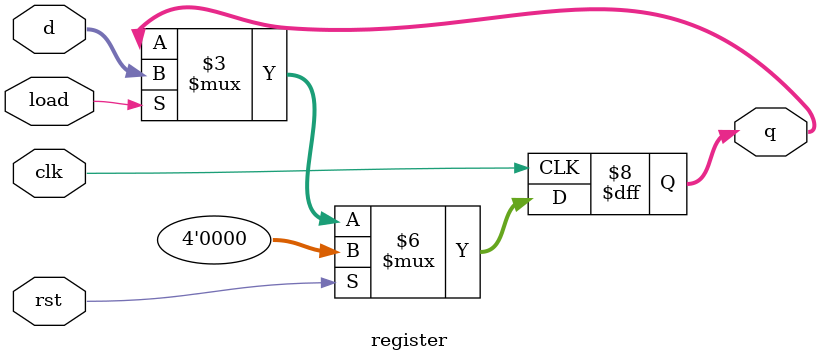
<source format=v>
module register ( rst, clk, load, d, q);
  input [3:0] d;
  input rst, clk, load;
  output reg [3:0] q;

  always @(posedge clk)
     if (rst) begin
        q <= 4'b0000;
     end else if (load) begin
        q <= d;
     end else begin
        q <= q;
     end

endmodule

</source>
